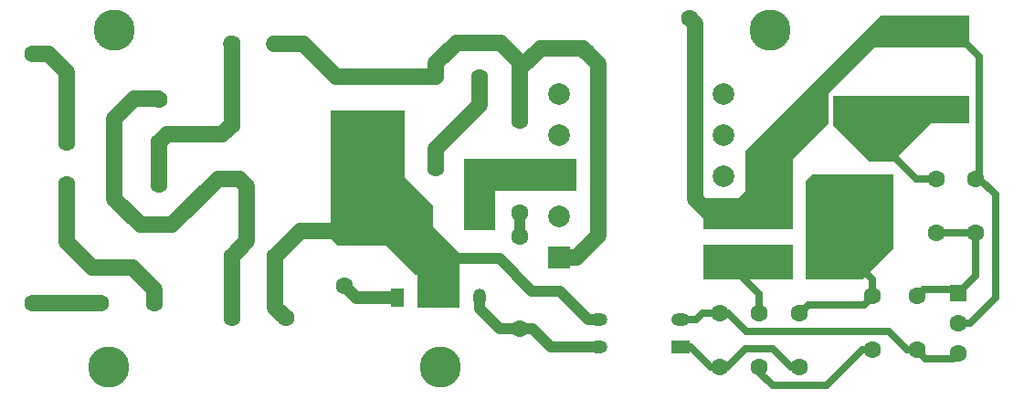
<source format=gbl>
G04 Layer_Physical_Order=2*
G04 Layer_Color=16711680*
%FSLAX25Y25*%
%MOIN*%
G70*
G01*
G75*
%ADD10R,0.04724X0.06693*%
%ADD11O,0.04724X0.06693*%
%ADD12O,0.06693X0.04724*%
%ADD13R,0.06693X0.04724*%
%ADD14C,0.05512*%
%ADD15C,0.06299*%
%ADD16C,0.07874*%
%ADD17R,0.07874X0.07874*%
%ADD18C,0.14961*%
%ADD19R,0.06299X0.06299*%
%ADD20C,0.02756*%
%ADD21C,0.03937*%
%ADD22C,0.05905*%
%ADD23C,0.04724*%
G36*
X296063Y43701D02*
X263386Y43701D01*
X263386Y56299D01*
X296063Y56299D01*
X296063Y43701D01*
D02*
G37*
G36*
X332677Y54724D02*
X321654Y43701D01*
X300787Y43701D01*
X300787Y79527D01*
X303150Y81890D01*
X332677Y81890D01*
X332677Y54724D01*
D02*
G37*
G36*
X154331Y80709D02*
X164567Y70472D01*
X164567Y62992D01*
X174409Y53150D01*
X174409Y33071D01*
X159055D01*
Y33465D01*
X159055Y36576D01*
X159086Y36894D01*
X159055Y37212D01*
X159055Y44488D01*
X159051Y44492D01*
Y45161D01*
X158382D01*
X147638Y55905D01*
X129921Y55905D01*
X127362Y58465D01*
Y105118D01*
X154331D01*
Y80709D01*
D02*
G37*
G36*
X360236Y139764D02*
Y128347D01*
X325984Y128347D01*
X309055Y111417D01*
Y100394D01*
X296063Y87402D01*
X296063Y61811D01*
X263400D01*
X263022Y72378D01*
X263843Y73228D01*
X275984D01*
X278740Y75984D01*
X278740Y90551D01*
X300697Y112508D01*
D01*
X327953Y139764D01*
X360236Y139764D01*
D02*
G37*
G36*
Y100394D02*
X346457Y100394D01*
X332677Y86614D01*
X324016Y86614D01*
X310630Y100000D01*
X310630Y110630D01*
X360236D01*
Y100394D01*
D02*
G37*
G36*
X216929Y75984D02*
X196755D01*
X196358Y76023D01*
X195962Y75984D01*
X187402D01*
X187402Y61417D01*
X175984Y61417D01*
X175984Y87402D01*
X216929Y87402D01*
Y75984D01*
D02*
G37*
D10*
X151768Y36894D02*
D03*
D11*
X161768D02*
D03*
X171768D02*
D03*
X181768D02*
D03*
X151768Y66894D02*
D03*
X161768D02*
D03*
X181768D02*
D03*
D12*
X225118Y28898D02*
D03*
Y18898D02*
D03*
X255118Y28898D02*
D03*
D13*
Y18898D02*
D03*
D14*
X305894Y106394D02*
D03*
X313768D02*
D03*
D15*
X290768Y76894D02*
D03*
X304547D02*
D03*
X91339Y100000D02*
D03*
Y80315D02*
D03*
X135768Y117579D02*
D03*
Y97894D02*
D03*
X132382Y41240D02*
D03*
Y60925D02*
D03*
X325197Y37402D02*
D03*
Y17717D02*
D03*
X341339Y37402D02*
D03*
Y17717D02*
D03*
X106988Y51968D02*
D03*
X91240D02*
D03*
X107087Y129528D02*
D03*
X91339D02*
D03*
X62953Y34894D02*
D03*
X43268D02*
D03*
X64665Y78051D02*
D03*
X31201D02*
D03*
Y63386D02*
D03*
X64665D02*
D03*
Y93405D02*
D03*
X31201D02*
D03*
Y109350D02*
D03*
X64665D02*
D03*
X181768Y117205D02*
D03*
Y83740D02*
D03*
X317232Y51394D02*
D03*
X283768D02*
D03*
X165748Y84252D02*
D03*
Y117717D02*
D03*
X328268Y92142D02*
D03*
Y76394D02*
D03*
X18768Y34894D02*
D03*
Y125894D02*
D03*
X354724Y106299D02*
D03*
Y134252D02*
D03*
X356299Y16535D02*
D03*
Y27559D02*
D03*
X220866Y126378D02*
D03*
X258268Y138976D02*
D03*
X110925Y29429D02*
D03*
X91240D02*
D03*
X283858Y11417D02*
D03*
Y31102D02*
D03*
X298425Y11417D02*
D03*
Y31102D02*
D03*
X269291Y11417D02*
D03*
Y31102D02*
D03*
X348425Y80315D02*
D03*
Y60630D02*
D03*
X362598D02*
D03*
Y80315D02*
D03*
X196457Y25591D02*
D03*
Y59055D02*
D03*
X196358Y67913D02*
D03*
Y101378D02*
D03*
D16*
X210728Y111276D02*
D03*
Y96315D02*
D03*
Y81354D02*
D03*
Y66394D02*
D03*
X270768Y111276D02*
D03*
Y96315D02*
D03*
Y81354D02*
D03*
Y66394D02*
D03*
Y51433D02*
D03*
D17*
X210728D02*
D03*
D18*
X46457Y11417D02*
D03*
X48425Y134646D02*
D03*
X167323Y11417D02*
D03*
X287795Y134646D02*
D03*
D19*
X356299Y38583D02*
D03*
D20*
X255118Y28898D02*
X260787D01*
X254331D02*
X255118D01*
Y18898D02*
X258661D01*
X254331D02*
X255118D01*
X354724Y134252D02*
X364173Y124803D01*
Y81890D02*
Y124803D01*
X362598Y80315D02*
X364173Y81890D01*
X355118Y39764D02*
X356299Y38583D01*
X343701Y39764D02*
X355118D01*
X341339Y37402D02*
X343701Y39764D01*
X354331Y14567D02*
X356299Y16535D01*
X344488Y14567D02*
X354331D01*
X341339Y17717D02*
X344488Y14567D01*
X370079Y37008D02*
Y74410D01*
X360630Y27559D02*
X370079Y37008D01*
X356299Y27559D02*
X360630D01*
X337795Y17717D02*
X341339D01*
X331102Y24409D02*
X337795Y17717D01*
X279134Y24409D02*
X331102D01*
X321260Y17717D02*
X325197D01*
X308268Y4724D02*
X321260Y17717D01*
X288583Y4724D02*
X308268D01*
X322047Y34252D02*
X325197Y37402D01*
X301575Y34252D02*
X322047D01*
X298425Y31102D02*
X301575Y34252D01*
X272441Y31102D02*
X279134Y24409D01*
X269291Y31102D02*
X272441D01*
X278740Y18110D02*
X288583D01*
X272047Y11417D02*
X278740Y18110D01*
X269291Y11417D02*
X272047D01*
X295276D02*
X298425D01*
X288583Y18110D02*
X295276Y11417D01*
X340945Y80315D02*
X348425D01*
X329118Y92142D02*
X340945Y80315D01*
X328268Y92142D02*
X329118D01*
X270768Y51433D02*
X283858Y38342D01*
Y31102D02*
Y38342D01*
X262992Y31102D02*
X269291D01*
X260787Y28898D02*
X262992Y31102D01*
X266142Y11417D02*
X269291D01*
X258661Y18898D02*
X266142Y11417D01*
X283858Y9449D02*
X288583Y4724D01*
X325197Y37402D02*
Y43429D01*
X317232Y51394D02*
X325197Y43429D01*
X364173Y80315D02*
X370079Y74410D01*
X362598Y80315D02*
X364173D01*
X356299Y38583D02*
X362598Y44882D01*
Y60630D01*
X348425D02*
X362598D01*
D21*
X200787Y39370D02*
X211024D01*
X188976Y51181D02*
X200787Y39370D01*
X172441Y51181D02*
X188976D01*
X221496Y28898D02*
X224331D01*
X211024Y39370D02*
X221496Y28898D01*
X196457Y25591D02*
X201181D01*
X207874Y18898D01*
X224331D01*
X188976Y25591D02*
X196457D01*
X181768Y32799D02*
X188976Y25591D01*
X181768Y32799D02*
Y36894D01*
X196457Y59055D02*
Y67815D01*
D22*
X129272Y117579D02*
X135768D01*
X117457Y129394D02*
X129272Y117579D01*
X86221Y80315D02*
X91339D01*
X69291Y63386D02*
X86221Y80315D01*
X64665Y63386D02*
X69291D01*
X196358Y120374D02*
Y122933D01*
X189370Y129921D02*
X196358Y122933D01*
X173228Y129921D02*
X189370D01*
X196358Y101378D02*
Y120374D01*
X203937Y127953D02*
X219291D01*
X196358Y120374D02*
X203937Y127953D01*
X219291D02*
X220866Y126378D01*
X165768Y122461D02*
X173228Y129921D01*
X94095Y80315D02*
X96850Y77559D01*
Y57579D02*
Y77559D01*
X91240Y51968D02*
X96850Y57579D01*
X91339Y80315D02*
X94095D01*
X91339Y100000D02*
Y129075D01*
X87795Y96457D02*
X91339Y100000D01*
X67716Y96457D02*
X87795D01*
X64665Y93405D02*
X67716Y96457D01*
X107087Y33268D02*
X110925Y29429D01*
X106988Y51968D02*
X107087D01*
X116240Y61122D01*
X181768Y107358D02*
Y117205D01*
X165768Y91358D02*
X181768Y107358D01*
X210728Y51433D02*
X217181D01*
X18768Y34894D02*
X43268D01*
X62953D02*
Y40000D01*
X40256Y48031D02*
X54921D01*
X62953Y40000D01*
X55555Y109394D02*
X64232D01*
X48425Y102264D02*
X55555Y109394D01*
X48425Y73032D02*
Y102264D01*
Y73032D02*
X58063Y63394D01*
X31201Y57087D02*
X40256Y48031D01*
X31201Y57087D02*
Y63386D01*
Y78051D01*
Y93405D02*
Y109350D01*
Y119095D01*
X24402Y125894D02*
X31201Y119095D01*
X18768Y125894D02*
X24402D01*
X64665Y78051D02*
Y93405D01*
X91240Y29429D02*
Y51968D01*
X258268Y138976D02*
X260236Y137008D01*
Y72835D02*
Y137008D01*
Y72835D02*
X266677Y66394D01*
X270768D01*
X217181Y51433D02*
X225197Y59449D01*
Y122047D01*
X220866Y126378D02*
X225197Y122047D01*
X165768Y84252D02*
Y91358D01*
X91020Y129394D02*
X91339Y129075D01*
X58063Y63394D02*
X64732D01*
X135768Y117579D02*
X165768D01*
Y122461D01*
X106768Y129394D02*
X117457D01*
X107087Y33268D02*
Y51968D01*
X116240Y61122D02*
X132382D01*
D23*
X196358Y67913D02*
X196457Y67815D01*
X132382Y41240D02*
X136728Y36894D01*
X151768D01*
M02*

</source>
